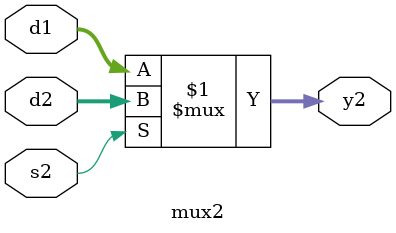
<source format=v>
module mux2(d1,d2,s2,y2);
input [31:0] d1,d2;
input s2;
output [31:0] y2;
// d1 is input coming from registerfile
//d2 is input coming from imm_gen 
// select signal fro this comes from control unit, the control signal is ALUsrc
assign y2=s2?d2:d1;

endmodule

</source>
